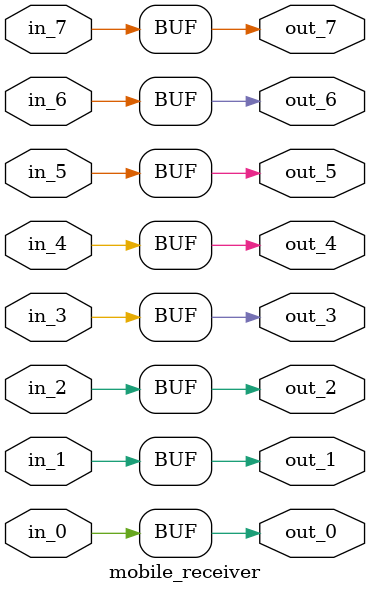
<source format=v>
module mobile_receiver(in_0, in_1, in_2, in_3, in_4, in_5, in_6,in_7, out_0, out_1, out_2, out_3, out_4, out_5, out_6, out_7);

	input in_0, in_1, in_2, in_3, in_4, in_5, in_6,in_7;
	output reg out_0, out_1, out_2, out_3, out_4, out_5, out_6, out_7;
	initial
	begin
		out_0 = 0;
		out_1 = 0;
		out_2 = 0;
		out_3 = 0;
		out_4 = 0;
		out_5 = 0;
		out_6 = 0;
		out_7 = 0;
		end
		
	always@(in_0, in_1, in_2, in_3, in_4, in_5, in_6,in_7)
	begin
		out_0 <= in_0;
		out_1 <= in_1;
		out_2 <= in_2;
		out_3 <= in_3;
		out_4 <= in_4;
		out_5 <= in_5;
		out_6 <= in_6;
		out_7 <= in_7;
	end
	
endmodule
</source>
